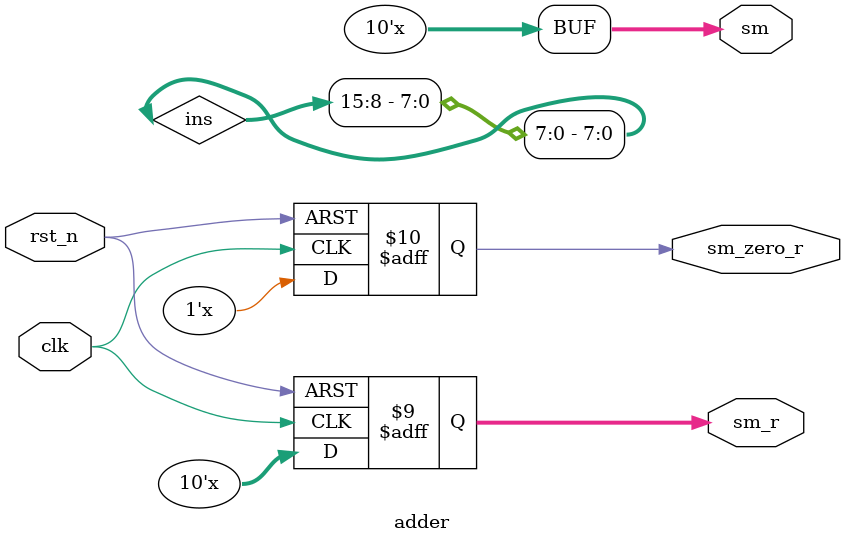
<source format=v>
module adder (
    input clk,
    input rst_n,
    output reg [9:0] sm,
    output reg [9:0] sm_r,
    output reg sm_zero_r
);

reg [32:0] ins;


always @(*) begin : combo_logic
    sm <= ins/*.s1.x*/[7:0] + ins/*.s1.y[3:2]*/[11:10] + ins/*.s1.z*/[23:16] + ins/*.s1.w*/[31:24] + ins/*.cin*/[32];
    ins/*.s1.x*/[7:0] <= ins/*.s1.y*/[15:8];
end


always @(posedge clk or negedge rst_n) begin : registering
    if (~rst_n) begin
        sm_r <= 0;
        sm_zero_r <= 0;
    end
    else begin
        sm_r <= sm;
        sm_zero_r <= sm == 0;
    end
end


endmodule



</source>
